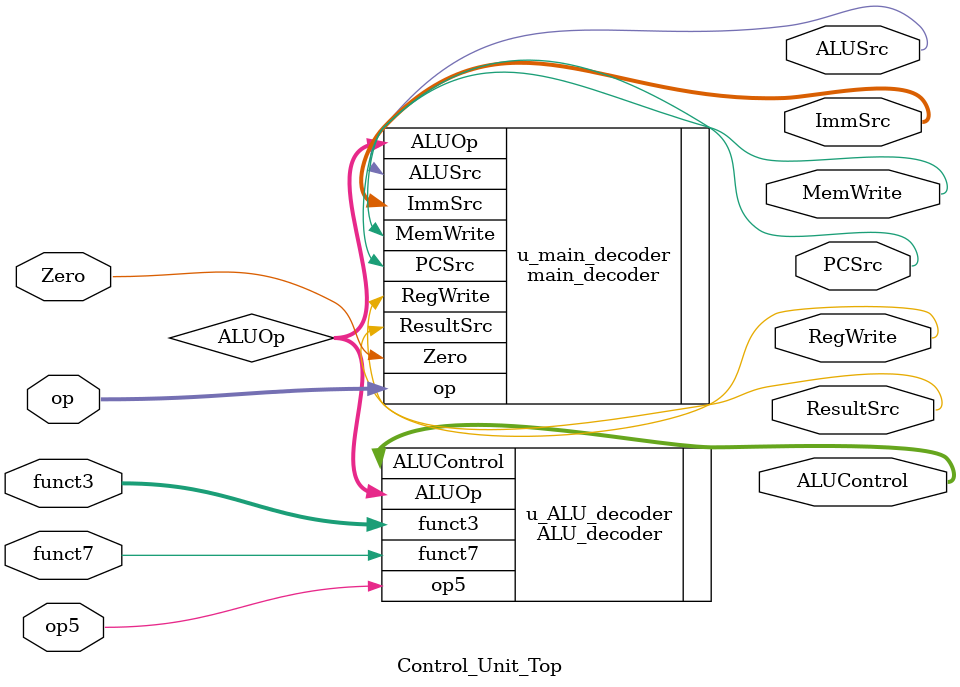
<source format=v>
module Control_Unit_Top(
    input Zero, op5, funct7,
    input [6:0] op,
    input [2:0] funct3,
    output RegWrite, MemWrite, ResultSrc, ALUSrc, PCSrc,
    output [1:0] ImmSrc,
    output [2:0] ALUControl
);

    wire [1:0] ALUOp;

    main_decoder u_main_decoder (
        .Zero(Zero),
        .op(op),
        .RegWrite(RegWrite),
        .MemWrite(MemWrite),
        .ResultSrc(ResultSrc),
        .ALUSrc(ALUSrc),
        .PCSrc(PCSrc),
        .ImmSrc(ImmSrc),
        .ALUOp(ALUOp)
    );

    ALU_decoder u_ALU_decoder (
        .op5(op5),
        .funct7(funct7),
        .funct3(funct3),
        .ALUOp(ALUOp),
        .ALUControl(ALUControl)
    );

endmodule

</source>
